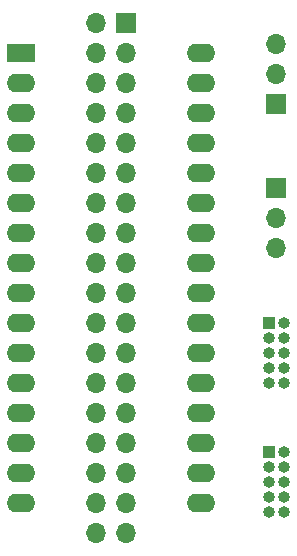
<source format=gbr>
%TF.GenerationSoftware,KiCad,Pcbnew,(6.0.4-0)*%
%TF.CreationDate,2022-07-24T15:42:13+01:00*%
%TF.ProjectId,isp_interface,6973705f-696e-4746-9572-666163652e6b,0.1.0*%
%TF.SameCoordinates,PX55f1c20PY82dabb0*%
%TF.FileFunction,Soldermask,Top*%
%TF.FilePolarity,Negative*%
%FSLAX46Y46*%
G04 Gerber Fmt 4.6, Leading zero omitted, Abs format (unit mm)*
G04 Created by KiCad (PCBNEW (6.0.4-0)) date 2022-07-24 15:42:13*
%MOMM*%
%LPD*%
G01*
G04 APERTURE LIST*
%ADD10R,1.700000X1.700000*%
%ADD11O,1.700000X1.700000*%
%ADD12O,1.000000X1.000000*%
%ADD13R,1.000000X1.000000*%
%ADD14R,2.400000X1.600000*%
%ADD15O,2.400000X1.600000*%
G04 APERTURE END LIST*
D10*
%TO.C,JP101*%
X25704800Y32562800D03*
D11*
X25704800Y30022800D03*
X25704800Y27482800D03*
%TD*%
D12*
%TO.C,J103*%
X26349800Y15989800D03*
X25079800Y15989800D03*
X26349800Y17259800D03*
X25079800Y17259800D03*
X26349800Y18529800D03*
X25079800Y18529800D03*
X26349800Y19799800D03*
X25079800Y19799800D03*
X26349800Y21069800D03*
D13*
X25079800Y21069800D03*
%TD*%
D10*
%TO.C,J101*%
X13004800Y46532800D03*
D11*
X10464800Y46532800D03*
X13004800Y43992800D03*
X10464800Y43992800D03*
X13004800Y41452800D03*
X10464800Y41452800D03*
X13004800Y38912800D03*
X10464800Y38912800D03*
X13004800Y36372800D03*
X10464800Y36372800D03*
X13004800Y33832800D03*
X10464800Y33832800D03*
X13004800Y31292800D03*
X10464800Y31292800D03*
X13004800Y28752800D03*
X10464800Y28752800D03*
X13004800Y26212800D03*
X10464800Y26212800D03*
X13004800Y23672800D03*
X10464800Y23672800D03*
X13004800Y21132800D03*
X10464800Y21132800D03*
X13004800Y18592800D03*
X10464800Y18592800D03*
X13004800Y16052800D03*
X10464800Y16052800D03*
X13004800Y13512800D03*
X10464800Y13512800D03*
X13004800Y10972800D03*
X10464800Y10972800D03*
X13004800Y8432800D03*
X10464800Y8432800D03*
X13004800Y5892800D03*
X10464800Y5892800D03*
X13004800Y3352800D03*
X10464800Y3352800D03*
%TD*%
D14*
%TO.C,J104*%
X4114800Y44007800D03*
D15*
X4114800Y41467800D03*
X4114800Y38927800D03*
X4114800Y36387800D03*
X4114800Y33847800D03*
X4114800Y31307800D03*
X4114800Y28767800D03*
X4114800Y26227800D03*
X4114800Y23687800D03*
X4114800Y21147800D03*
X4114800Y18607800D03*
X4114800Y16067800D03*
X4114800Y13527800D03*
X4114800Y10987800D03*
X4114800Y8447800D03*
X4114800Y5907800D03*
X19354800Y5907800D03*
X19354800Y8447800D03*
X19354800Y10987800D03*
X19354800Y13527800D03*
X19354800Y16067800D03*
X19354800Y18607800D03*
X19354800Y21147800D03*
X19354800Y23687800D03*
X19354800Y26227800D03*
X19354800Y28767800D03*
X19354800Y31307800D03*
X19354800Y33847800D03*
X19354800Y36387800D03*
X19354800Y38927800D03*
X19354800Y41467800D03*
X19354800Y44007800D03*
%TD*%
D13*
%TO.C,J102*%
X25079800Y10176800D03*
D12*
X26349800Y10176800D03*
X25079800Y8906800D03*
X26349800Y8906800D03*
X25079800Y7636800D03*
X26349800Y7636800D03*
X25079800Y6366800D03*
X26349800Y6366800D03*
X25079800Y5096800D03*
X26349800Y5096800D03*
%TD*%
D10*
%TO.C,JP102*%
X25704800Y39655800D03*
D11*
X25704800Y42195800D03*
X25704800Y44735800D03*
%TD*%
M02*

</source>
